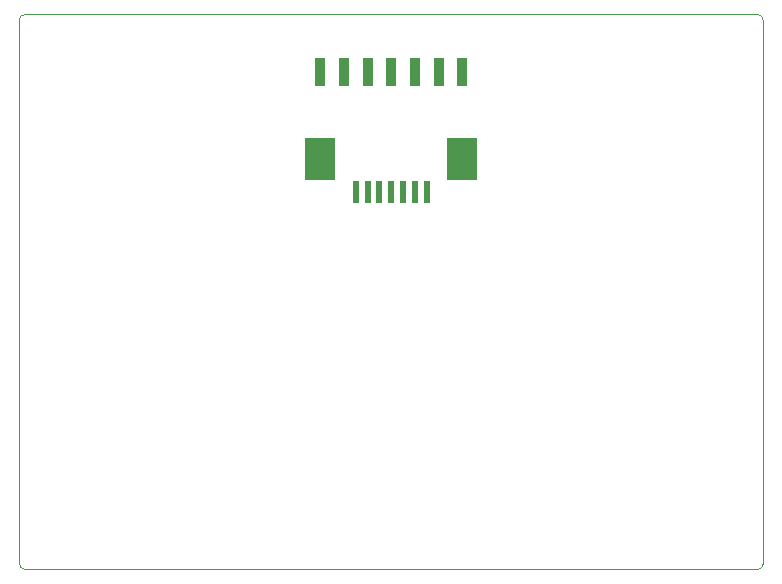
<source format=gbr>
G04 GENERATED BY PULSONIX 7.0 GERBER.DLL 4573*
%INHILLSTAR_50X30_EL_V1_0*%
%LNGERBER_PASTE_BOTTOM*%
%FSLAX33Y33*%
%IPPOS*%
%LPD*%
%OFA0B0*%
%MOMM*%
%ADD346C,0.100*%
%ADD452R,0.549X1.849*%
%ADD456R,2.649X3.549*%
%ADD5690R,0.849X2.449*%
X0Y0D02*
D02*
D346*
X98528Y149837D02*
X160528D01*
G75*
G02X161028Y149337J-500*
G01*
Y103337*
G75*
G02X160528Y102837I-500*
G01*
X98528*
G75*
G02X98028Y103337J500*
G01*
Y149337*
G75*
G02X98528Y149837I500*
G01*
D02*
D452*
X126528Y134827D03*
X127528D03*
X128528D03*
X129528D03*
X130528D03*
X131528D03*
X132528D03*
D02*
D456*
X123528Y137627D03*
X135528D03*
D02*
D5690*
X123528Y144937D03*
X125528D03*
X127528D03*
X129528D03*
X131528D03*
X133528D03*
X135528D03*
X0Y0D02*
M02*

</source>
